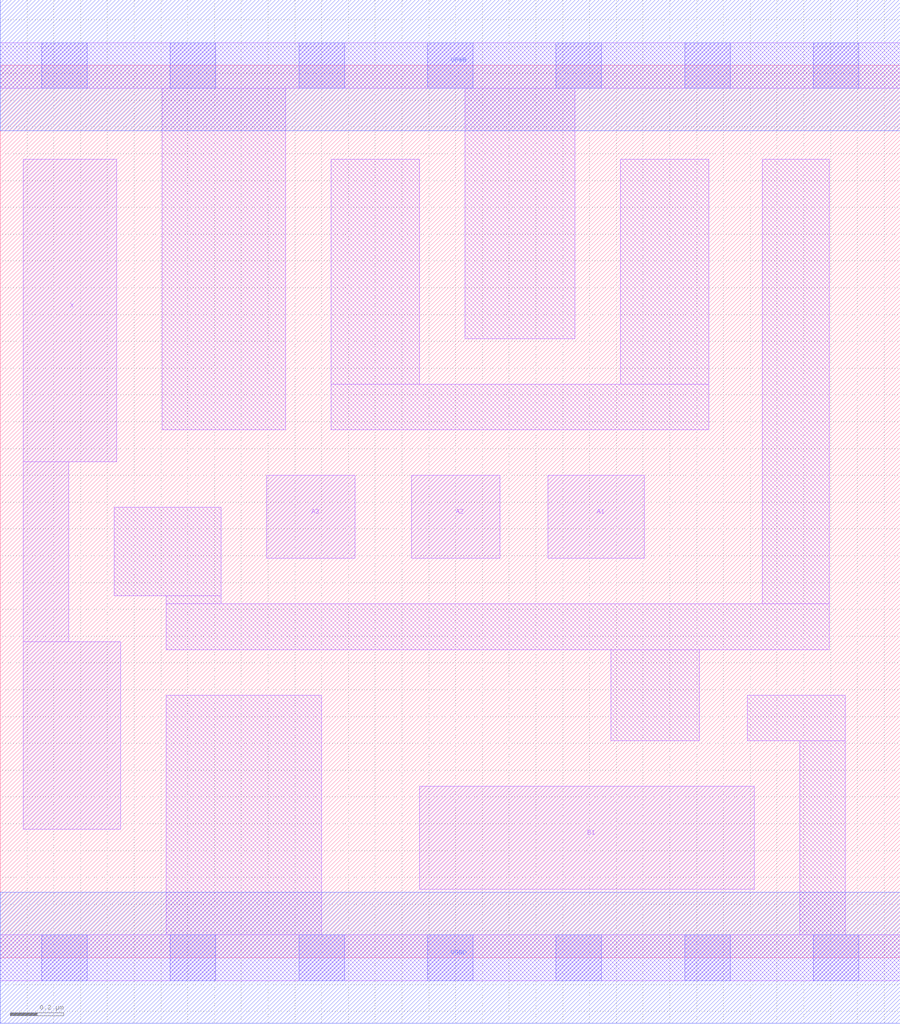
<source format=lef>
# Copyright 2020 The SkyWater PDK Authors
#
# Licensed under the Apache License, Version 2.0 (the "License");
# you may not use this file except in compliance with the License.
# You may obtain a copy of the License at
#
#     https://www.apache.org/licenses/LICENSE-2.0
#
# Unless required by applicable law or agreed to in writing, software
# distributed under the License is distributed on an "AS IS" BASIS,
# WITHOUT WARRANTIES OR CONDITIONS OF ANY KIND, either express or implied.
# See the License for the specific language governing permissions and
# limitations under the License.
#
# SPDX-License-Identifier: Apache-2.0

VERSION 5.7 ;
  NAMESCASESENSITIVE ON ;
  NOWIREEXTENSIONATPIN ON ;
  DIVIDERCHAR "/" ;
  BUSBITCHARS "[]" ;
UNITS
  DATABASE MICRONS 200 ;
END UNITS
MACRO sky130_fd_sc_ms__a31o_1
  CLASS CORE ;
  SOURCE USER ;
  FOREIGN sky130_fd_sc_ms__a31o_1 ;
  ORIGIN  0.000000  0.000000 ;
  SIZE  3.360000 BY  3.330000 ;
  SYMMETRY X Y ;
  SITE unit ;
  PIN A1
    ANTENNAGATEAREA  0.276000 ;
    DIRECTION INPUT ;
    USE SIGNAL ;
    PORT
      LAYER li1 ;
        RECT 2.045000 1.490000 2.405000 1.800000 ;
    END
  END A1
  PIN A2
    ANTENNAGATEAREA  0.276000 ;
    DIRECTION INPUT ;
    USE SIGNAL ;
    PORT
      LAYER li1 ;
        RECT 1.535000 1.490000 1.865000 1.800000 ;
    END
  END A2
  PIN A3
    ANTENNAGATEAREA  0.276000 ;
    DIRECTION INPUT ;
    USE SIGNAL ;
    PORT
      LAYER li1 ;
        RECT 0.995000 1.490000 1.325000 1.800000 ;
    END
  END A3
  PIN B1
    ANTENNAGATEAREA  0.276000 ;
    DIRECTION INPUT ;
    USE SIGNAL ;
    PORT
      LAYER li1 ;
        RECT 1.565000 0.255000 2.815000 0.640000 ;
    END
  END B1
  PIN X
    ANTENNADIFFAREA  0.487300 ;
    DIRECTION OUTPUT ;
    USE SIGNAL ;
    PORT
      LAYER li1 ;
        RECT 0.085000 0.480000 0.450000 1.180000 ;
        RECT 0.085000 1.180000 0.255000 1.850000 ;
        RECT 0.085000 1.850000 0.435000 2.980000 ;
    END
  END X
  PIN VGND
    DIRECTION INOUT ;
    USE GROUND ;
    PORT
      LAYER met1 ;
        RECT 0.000000 -0.245000 3.360000 0.245000 ;
    END
  END VGND
  PIN VPWR
    DIRECTION INOUT ;
    USE POWER ;
    PORT
      LAYER met1 ;
        RECT 0.000000 3.085000 3.360000 3.575000 ;
    END
  END VPWR
  OBS
    LAYER li1 ;
      RECT 0.000000 -0.085000 3.360000 0.085000 ;
      RECT 0.000000  3.245000 3.360000 3.415000 ;
      RECT 0.425000  1.350000 0.825000 1.680000 ;
      RECT 0.605000  1.970000 1.065000 3.245000 ;
      RECT 0.620000  0.085000 1.200000 0.980000 ;
      RECT 0.620000  1.150000 3.095000 1.320000 ;
      RECT 0.620000  1.320000 0.825000 1.350000 ;
      RECT 1.235000  1.970000 2.645000 2.140000 ;
      RECT 1.235000  2.140000 1.565000 2.980000 ;
      RECT 1.735000  2.310000 2.145000 3.245000 ;
      RECT 2.280000  0.810000 2.610000 1.150000 ;
      RECT 2.315000  2.140000 2.645000 2.980000 ;
      RECT 2.790000  0.810000 3.155000 0.980000 ;
      RECT 2.845000  1.320000 3.095000 2.980000 ;
      RECT 2.985000  0.085000 3.155000 0.810000 ;
    LAYER mcon ;
      RECT 0.155000 -0.085000 0.325000 0.085000 ;
      RECT 0.155000  3.245000 0.325000 3.415000 ;
      RECT 0.635000 -0.085000 0.805000 0.085000 ;
      RECT 0.635000  3.245000 0.805000 3.415000 ;
      RECT 1.115000 -0.085000 1.285000 0.085000 ;
      RECT 1.115000  3.245000 1.285000 3.415000 ;
      RECT 1.595000 -0.085000 1.765000 0.085000 ;
      RECT 1.595000  3.245000 1.765000 3.415000 ;
      RECT 2.075000 -0.085000 2.245000 0.085000 ;
      RECT 2.075000  3.245000 2.245000 3.415000 ;
      RECT 2.555000 -0.085000 2.725000 0.085000 ;
      RECT 2.555000  3.245000 2.725000 3.415000 ;
      RECT 3.035000 -0.085000 3.205000 0.085000 ;
      RECT 3.035000  3.245000 3.205000 3.415000 ;
  END
END sky130_fd_sc_ms__a31o_1
END LIBRARY

</source>
